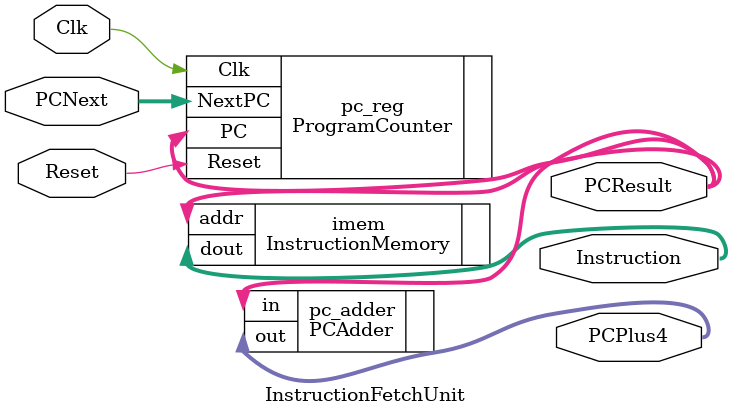
<source format=v>
`timescale 1ns / 1ps
module InstructionFetchUnit(
  output [31:0] Instruction,   // fetched instruction
  output [31:0] PCResult,      // current PC
  output [31:0] PCPlus4,       // convenient PC+4 for IF/ID
  input  [31:0] PCNext,        // <— next PC chosen at top (branch/jump/seq)
  input         Reset,
  input         Clk
);
  // PC register loads PCNext each cycle
  ProgramCounter pc_reg(
    .NextPC(PCNext),
    .PC(PCResult),
    .Reset(Reset),
    .Clk(Clk)
  );

  // PC + 4 for sequential path
  PCAdder pc_adder(
    .in(PCResult),
    .out(PCPlus4)
  );

  // Instruction memory addressed by current PC
  InstructionMemory imem(
    .addr(PCResult),
    .dout(Instruction)
  );
endmodule

</source>
